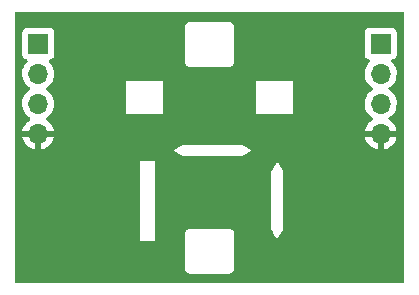
<source format=gbr>
%TF.GenerationSoftware,KiCad,Pcbnew,(6.0.7)*%
%TF.CreationDate,2024-10-06T09:26:11-05:00*%
%TF.ProjectId,RGB7Segment,52474237-5365-4676-9d65-6e742e6b6963,rev?*%
%TF.SameCoordinates,Original*%
%TF.FileFunction,Copper,L2,Bot*%
%TF.FilePolarity,Positive*%
%FSLAX46Y46*%
G04 Gerber Fmt 4.6, Leading zero omitted, Abs format (unit mm)*
G04 Created by KiCad (PCBNEW (6.0.7)) date 2024-10-06 09:26:11*
%MOMM*%
%LPD*%
G01*
G04 APERTURE LIST*
%TA.AperFunction,ComponentPad*%
%ADD10R,1.700000X1.700000*%
%TD*%
%TA.AperFunction,ComponentPad*%
%ADD11O,1.700000X1.700000*%
%TD*%
%TA.AperFunction,ViaPad*%
%ADD12C,0.800000*%
%TD*%
G04 APERTURE END LIST*
D10*
%TO.P,J1,1,Pin_1*%
%TO.N,+3V3*%
X184500000Y-87700000D03*
D11*
%TO.P,J1,2,Pin_2*%
%TO.N,/DIN*%
X184500000Y-90240000D03*
%TO.P,J1,3,Pin_3*%
%TO.N,unconnected-(J1-Pad3)*%
X184500000Y-92780000D03*
%TO.P,J1,4,Pin_4*%
%TO.N,GND*%
X184500000Y-95320000D03*
%TD*%
D10*
%TO.P,J2,1,Pin_1*%
%TO.N,+3V3*%
X213500000Y-87700000D03*
D11*
%TO.P,J2,2,Pin_2*%
%TO.N,unconnected-(J2-Pad2)*%
X213500000Y-90240000D03*
%TO.P,J2,3,Pin_3*%
%TO.N,/DOUT*%
X213500000Y-92780000D03*
%TO.P,J2,4,Pin_4*%
%TO.N,GND*%
X213500000Y-95320000D03*
%TD*%
D12*
%TO.N,GND*%
X203250000Y-88500000D03*
X196000000Y-94250000D03*
X209000000Y-101750000D03*
X200000000Y-92500000D03*
X203250000Y-106250000D03*
X197750000Y-101750000D03*
X208750000Y-93000000D03*
%TD*%
%TA.AperFunction,Conductor*%
%TO.N,GND*%
G36*
X215433621Y-85028502D02*
G01*
X215480114Y-85082158D01*
X215491500Y-85134500D01*
X215491500Y-107865500D01*
X215471498Y-107933621D01*
X215417842Y-107980114D01*
X215365500Y-107991500D01*
X182634500Y-107991500D01*
X182566379Y-107971498D01*
X182519886Y-107917842D01*
X182508500Y-107865500D01*
X182508500Y-106747771D01*
X196890824Y-106747771D01*
X196893291Y-106756402D01*
X196898950Y-106776203D01*
X196902528Y-106792965D01*
X196906720Y-106822237D01*
X196910434Y-106830405D01*
X196910434Y-106830406D01*
X196917348Y-106845612D01*
X196923796Y-106863136D01*
X196930851Y-106887821D01*
X196935643Y-106895415D01*
X196935644Y-106895418D01*
X196946630Y-106912830D01*
X196954769Y-106927913D01*
X196967008Y-106954832D01*
X196972869Y-106961634D01*
X196983770Y-106974285D01*
X196994873Y-106989289D01*
X197008576Y-107011008D01*
X197015301Y-107016947D01*
X197015304Y-107016951D01*
X197030738Y-107030582D01*
X197042782Y-107042774D01*
X197056227Y-107058377D01*
X197056230Y-107058379D01*
X197062087Y-107065177D01*
X197069616Y-107070057D01*
X197069617Y-107070058D01*
X197083635Y-107079144D01*
X197098509Y-107090435D01*
X197111017Y-107101481D01*
X197117751Y-107107428D01*
X197144511Y-107119992D01*
X197159491Y-107128313D01*
X197176783Y-107139521D01*
X197176788Y-107139523D01*
X197184315Y-107144402D01*
X197192908Y-107146972D01*
X197192913Y-107146974D01*
X197208920Y-107151761D01*
X197226364Y-107158422D01*
X197241476Y-107165517D01*
X197241478Y-107165518D01*
X197249600Y-107169331D01*
X197258467Y-107170712D01*
X197258468Y-107170712D01*
X197261153Y-107171130D01*
X197278817Y-107173880D01*
X197295532Y-107177663D01*
X197315266Y-107183565D01*
X197315272Y-107183566D01*
X197323866Y-107186136D01*
X197332837Y-107186191D01*
X197332838Y-107186191D01*
X197342897Y-107186252D01*
X197358306Y-107186346D01*
X197359089Y-107186379D01*
X197360186Y-107186550D01*
X197391177Y-107186550D01*
X197391947Y-107186552D01*
X197465585Y-107187002D01*
X197465586Y-107187002D01*
X197469521Y-107187026D01*
X197470865Y-107186642D01*
X197472210Y-107186550D01*
X200591577Y-107186550D01*
X200592348Y-107186552D01*
X200669921Y-107187026D01*
X200698352Y-107178900D01*
X200715115Y-107175322D01*
X200715953Y-107175202D01*
X200744387Y-107171130D01*
X200767764Y-107160501D01*
X200785287Y-107154054D01*
X200809971Y-107146999D01*
X200817565Y-107142207D01*
X200817568Y-107142206D01*
X200834980Y-107131220D01*
X200850065Y-107123080D01*
X200876982Y-107110842D01*
X200896435Y-107094080D01*
X200911439Y-107082977D01*
X200933158Y-107069274D01*
X200939097Y-107062549D01*
X200939101Y-107062546D01*
X200952732Y-107047112D01*
X200964924Y-107035068D01*
X200980527Y-107021623D01*
X200980529Y-107021620D01*
X200987327Y-107015763D01*
X201001294Y-106994215D01*
X201012585Y-106979341D01*
X201023631Y-106966833D01*
X201023632Y-106966832D01*
X201029578Y-106960099D01*
X201042143Y-106933337D01*
X201050463Y-106918359D01*
X201061671Y-106901067D01*
X201061673Y-106901062D01*
X201066552Y-106893535D01*
X201069122Y-106884942D01*
X201069124Y-106884937D01*
X201073911Y-106868930D01*
X201080572Y-106851486D01*
X201087667Y-106836374D01*
X201087668Y-106836372D01*
X201091481Y-106828250D01*
X201096030Y-106799033D01*
X201099813Y-106782318D01*
X201105715Y-106762584D01*
X201105716Y-106762578D01*
X201108286Y-106753984D01*
X201108496Y-106719544D01*
X201108529Y-106718761D01*
X201108700Y-106717664D01*
X201108700Y-106686673D01*
X201108702Y-106685903D01*
X201109152Y-106612265D01*
X201109152Y-106612264D01*
X201109176Y-106608329D01*
X201108792Y-106606985D01*
X201108700Y-106605640D01*
X201108700Y-103892673D01*
X201108702Y-103891903D01*
X201109000Y-103843152D01*
X201109176Y-103814329D01*
X201101050Y-103785897D01*
X201097472Y-103769135D01*
X201094552Y-103748748D01*
X201093280Y-103739863D01*
X201082651Y-103716486D01*
X201076204Y-103698963D01*
X201071616Y-103682912D01*
X201069149Y-103674279D01*
X201064356Y-103666682D01*
X201053370Y-103649270D01*
X201045230Y-103634185D01*
X201042764Y-103628761D01*
X201032992Y-103607268D01*
X201016230Y-103587815D01*
X201005127Y-103572811D01*
X200991424Y-103551092D01*
X200984699Y-103545153D01*
X200984696Y-103545149D01*
X200969262Y-103531518D01*
X200957218Y-103519326D01*
X200943773Y-103503723D01*
X200943770Y-103503721D01*
X200940564Y-103500000D01*
X204250000Y-103500000D01*
X204260347Y-103515521D01*
X204260348Y-103515523D01*
X204500285Y-103875427D01*
X204750000Y-104250000D01*
X205070577Y-103769135D01*
X205239652Y-103515523D01*
X205239653Y-103515521D01*
X205250000Y-103500000D01*
X205250000Y-98500000D01*
X205239653Y-98484479D01*
X205239652Y-98484477D01*
X204760049Y-97765074D01*
X204750000Y-97750000D01*
X204739951Y-97765074D01*
X204260348Y-98484477D01*
X204260347Y-98484479D01*
X204250000Y-98500000D01*
X204250000Y-103500000D01*
X200940564Y-103500000D01*
X200937913Y-103496923D01*
X200924209Y-103488040D01*
X200916365Y-103482956D01*
X200901491Y-103471665D01*
X200888983Y-103460619D01*
X200888982Y-103460618D01*
X200882249Y-103454672D01*
X200855487Y-103442107D01*
X200840509Y-103433787D01*
X200823217Y-103422579D01*
X200823212Y-103422577D01*
X200815685Y-103417698D01*
X200807092Y-103415128D01*
X200807087Y-103415126D01*
X200791080Y-103410339D01*
X200773636Y-103403678D01*
X200758524Y-103396583D01*
X200758522Y-103396582D01*
X200750400Y-103392769D01*
X200741533Y-103391388D01*
X200741532Y-103391388D01*
X200730678Y-103389698D01*
X200721183Y-103388220D01*
X200704468Y-103384437D01*
X200684734Y-103378535D01*
X200684728Y-103378534D01*
X200676134Y-103375964D01*
X200667163Y-103375909D01*
X200667162Y-103375909D01*
X200657103Y-103375848D01*
X200641694Y-103375754D01*
X200640911Y-103375721D01*
X200639814Y-103375550D01*
X200608823Y-103375550D01*
X200608053Y-103375548D01*
X200534415Y-103375098D01*
X200534414Y-103375098D01*
X200530479Y-103375074D01*
X200529135Y-103375458D01*
X200527790Y-103375550D01*
X197408423Y-103375550D01*
X197407653Y-103375548D01*
X197406837Y-103375543D01*
X197330079Y-103375074D01*
X197307718Y-103381465D01*
X197301647Y-103383200D01*
X197284885Y-103386778D01*
X197255613Y-103390970D01*
X197247445Y-103394684D01*
X197247444Y-103394684D01*
X197232238Y-103401598D01*
X197214714Y-103408046D01*
X197190029Y-103415101D01*
X197182435Y-103419893D01*
X197182432Y-103419894D01*
X197165020Y-103430880D01*
X197149937Y-103439019D01*
X197123018Y-103451258D01*
X197116216Y-103457119D01*
X197103565Y-103468020D01*
X197088561Y-103479123D01*
X197066842Y-103492826D01*
X197060903Y-103499551D01*
X197060899Y-103499554D01*
X197047268Y-103514988D01*
X197035076Y-103527032D01*
X197019473Y-103540477D01*
X197019471Y-103540480D01*
X197012673Y-103546337D01*
X197007793Y-103553866D01*
X197007792Y-103553867D01*
X196998706Y-103567885D01*
X196987415Y-103582759D01*
X196976369Y-103595267D01*
X196970422Y-103602001D01*
X196964112Y-103615441D01*
X196957858Y-103628761D01*
X196949537Y-103643741D01*
X196938329Y-103661033D01*
X196938327Y-103661038D01*
X196933448Y-103668565D01*
X196930878Y-103677158D01*
X196930876Y-103677163D01*
X196926089Y-103693170D01*
X196919428Y-103710614D01*
X196912333Y-103725726D01*
X196908519Y-103733850D01*
X196907138Y-103742717D01*
X196907138Y-103742718D01*
X196903970Y-103763065D01*
X196900187Y-103779782D01*
X196894285Y-103799516D01*
X196894284Y-103799522D01*
X196891714Y-103808116D01*
X196891659Y-103817087D01*
X196891659Y-103817088D01*
X196891504Y-103842547D01*
X196891471Y-103843339D01*
X196891300Y-103844436D01*
X196891300Y-103875427D01*
X196891298Y-103876197D01*
X196890824Y-103953771D01*
X196891208Y-103955115D01*
X196891300Y-103956460D01*
X196891300Y-106669427D01*
X196891298Y-106670197D01*
X196890824Y-106747771D01*
X182508500Y-106747771D01*
X182508500Y-104400000D01*
X193150000Y-104400000D01*
X194350000Y-104400000D01*
X194350000Y-97600000D01*
X193150000Y-97600000D01*
X193150000Y-104400000D01*
X182508500Y-104400000D01*
X182508500Y-96750000D01*
X196000000Y-96750000D01*
X196015074Y-96760049D01*
X196734477Y-97239651D01*
X196734479Y-97239652D01*
X196750000Y-97249999D01*
X201750000Y-97249999D01*
X201765521Y-97239652D01*
X201765523Y-97239651D01*
X202484926Y-96760049D01*
X202500000Y-96750000D01*
X201920687Y-96363792D01*
X201765523Y-96260349D01*
X201765521Y-96260348D01*
X201750000Y-96250001D01*
X196750000Y-96250001D01*
X196734479Y-96260348D01*
X196734477Y-96260349D01*
X196579313Y-96363792D01*
X196000000Y-96750000D01*
X182508500Y-96750000D01*
X182508500Y-95587966D01*
X183168257Y-95587966D01*
X183198565Y-95722446D01*
X183201645Y-95732275D01*
X183281770Y-95929603D01*
X183286413Y-95938794D01*
X183397694Y-96120388D01*
X183403777Y-96128699D01*
X183543213Y-96289667D01*
X183550580Y-96296883D01*
X183714434Y-96432916D01*
X183722881Y-96438831D01*
X183906756Y-96546279D01*
X183916042Y-96550729D01*
X184115001Y-96626703D01*
X184124899Y-96629579D01*
X184228250Y-96650606D01*
X184242299Y-96649410D01*
X184246000Y-96639065D01*
X184246000Y-96638517D01*
X184754000Y-96638517D01*
X184758064Y-96652359D01*
X184771478Y-96654393D01*
X184778184Y-96653534D01*
X184788262Y-96651392D01*
X184992255Y-96590191D01*
X185001842Y-96586433D01*
X185193095Y-96492739D01*
X185201945Y-96487464D01*
X185375328Y-96363792D01*
X185383200Y-96357139D01*
X185534052Y-96206812D01*
X185540730Y-96198965D01*
X185665003Y-96026020D01*
X185670313Y-96017183D01*
X185764670Y-95826267D01*
X185768469Y-95816672D01*
X185830377Y-95612910D01*
X185832555Y-95602837D01*
X185833986Y-95591962D01*
X185833363Y-95587966D01*
X212168257Y-95587966D01*
X212198565Y-95722446D01*
X212201645Y-95732275D01*
X212281770Y-95929603D01*
X212286413Y-95938794D01*
X212397694Y-96120388D01*
X212403777Y-96128699D01*
X212543213Y-96289667D01*
X212550580Y-96296883D01*
X212714434Y-96432916D01*
X212722881Y-96438831D01*
X212906756Y-96546279D01*
X212916042Y-96550729D01*
X213115001Y-96626703D01*
X213124899Y-96629579D01*
X213228250Y-96650606D01*
X213242299Y-96649410D01*
X213246000Y-96639065D01*
X213246000Y-96638517D01*
X213754000Y-96638517D01*
X213758064Y-96652359D01*
X213771478Y-96654393D01*
X213778184Y-96653534D01*
X213788262Y-96651392D01*
X213992255Y-96590191D01*
X214001842Y-96586433D01*
X214193095Y-96492739D01*
X214201945Y-96487464D01*
X214375328Y-96363792D01*
X214383200Y-96357139D01*
X214534052Y-96206812D01*
X214540730Y-96198965D01*
X214665003Y-96026020D01*
X214670313Y-96017183D01*
X214764670Y-95826267D01*
X214768469Y-95816672D01*
X214830377Y-95612910D01*
X214832555Y-95602837D01*
X214833986Y-95591962D01*
X214831775Y-95577778D01*
X214818617Y-95574000D01*
X213772115Y-95574000D01*
X213756876Y-95578475D01*
X213755671Y-95579865D01*
X213754000Y-95587548D01*
X213754000Y-96638517D01*
X213246000Y-96638517D01*
X213246000Y-95592115D01*
X213241525Y-95576876D01*
X213240135Y-95575671D01*
X213232452Y-95574000D01*
X212183225Y-95574000D01*
X212169694Y-95577973D01*
X212168257Y-95587966D01*
X185833363Y-95587966D01*
X185831775Y-95577778D01*
X185818617Y-95574000D01*
X184772115Y-95574000D01*
X184756876Y-95578475D01*
X184755671Y-95579865D01*
X184754000Y-95587548D01*
X184754000Y-96638517D01*
X184246000Y-96638517D01*
X184246000Y-95592115D01*
X184241525Y-95576876D01*
X184240135Y-95575671D01*
X184232452Y-95574000D01*
X183183225Y-95574000D01*
X183169694Y-95577973D01*
X183168257Y-95587966D01*
X182508500Y-95587966D01*
X182508500Y-92746695D01*
X183137251Y-92746695D01*
X183137548Y-92751848D01*
X183137548Y-92751851D01*
X183143011Y-92846590D01*
X183150110Y-92969715D01*
X183151247Y-92974761D01*
X183151248Y-92974767D01*
X183171119Y-93062939D01*
X183199222Y-93187639D01*
X183283266Y-93394616D01*
X183399987Y-93585088D01*
X183546250Y-93753938D01*
X183718126Y-93896632D01*
X183791955Y-93939774D01*
X183840679Y-93991412D01*
X183853750Y-94061195D01*
X183827019Y-94126967D01*
X183786562Y-94160327D01*
X183778457Y-94164546D01*
X183769738Y-94170036D01*
X183599433Y-94297905D01*
X183591726Y-94304748D01*
X183444590Y-94458717D01*
X183438104Y-94466727D01*
X183318098Y-94642649D01*
X183313000Y-94651623D01*
X183223338Y-94844783D01*
X183219775Y-94854470D01*
X183164389Y-95054183D01*
X183165912Y-95062607D01*
X183178292Y-95066000D01*
X185818344Y-95066000D01*
X185831875Y-95062027D01*
X185833180Y-95052947D01*
X185791214Y-94885875D01*
X185787894Y-94876124D01*
X185702972Y-94680814D01*
X185698105Y-94671739D01*
X185582426Y-94492926D01*
X185576136Y-94484757D01*
X185432806Y-94327240D01*
X185425273Y-94320215D01*
X185258139Y-94188222D01*
X185249556Y-94182520D01*
X185212602Y-94162120D01*
X185162631Y-94111687D01*
X185147859Y-94042245D01*
X185172975Y-93975839D01*
X185200327Y-93949232D01*
X185223797Y-93932491D01*
X185379860Y-93821173D01*
X185538096Y-93663489D01*
X185547789Y-93650000D01*
X191900000Y-93650000D01*
X195100200Y-93650000D01*
X195100000Y-90850000D01*
X202899800Y-90850000D01*
X202900000Y-93650000D01*
X206100200Y-93650000D01*
X206100135Y-92746695D01*
X212137251Y-92746695D01*
X212137548Y-92751848D01*
X212137548Y-92751851D01*
X212143011Y-92846590D01*
X212150110Y-92969715D01*
X212151247Y-92974761D01*
X212151248Y-92974767D01*
X212171119Y-93062939D01*
X212199222Y-93187639D01*
X212283266Y-93394616D01*
X212399987Y-93585088D01*
X212546250Y-93753938D01*
X212718126Y-93896632D01*
X212791955Y-93939774D01*
X212840679Y-93991412D01*
X212853750Y-94061195D01*
X212827019Y-94126967D01*
X212786562Y-94160327D01*
X212778457Y-94164546D01*
X212769738Y-94170036D01*
X212599433Y-94297905D01*
X212591726Y-94304748D01*
X212444590Y-94458717D01*
X212438104Y-94466727D01*
X212318098Y-94642649D01*
X212313000Y-94651623D01*
X212223338Y-94844783D01*
X212219775Y-94854470D01*
X212164389Y-95054183D01*
X212165912Y-95062607D01*
X212178292Y-95066000D01*
X214818344Y-95066000D01*
X214831875Y-95062027D01*
X214833180Y-95052947D01*
X214791214Y-94885875D01*
X214787894Y-94876124D01*
X214702972Y-94680814D01*
X214698105Y-94671739D01*
X214582426Y-94492926D01*
X214576136Y-94484757D01*
X214432806Y-94327240D01*
X214425273Y-94320215D01*
X214258139Y-94188222D01*
X214249556Y-94182520D01*
X214212602Y-94162120D01*
X214162631Y-94111687D01*
X214147859Y-94042245D01*
X214172975Y-93975839D01*
X214200327Y-93949232D01*
X214223797Y-93932491D01*
X214379860Y-93821173D01*
X214538096Y-93663489D01*
X214549856Y-93647124D01*
X214665435Y-93486277D01*
X214668453Y-93482077D01*
X214767430Y-93281811D01*
X214832370Y-93068069D01*
X214861529Y-92846590D01*
X214863156Y-92780000D01*
X214844852Y-92557361D01*
X214790431Y-92340702D01*
X214701354Y-92135840D01*
X214580014Y-91948277D01*
X214429670Y-91783051D01*
X214425619Y-91779852D01*
X214425615Y-91779848D01*
X214258414Y-91647800D01*
X214258410Y-91647798D01*
X214254359Y-91644598D01*
X214213053Y-91621796D01*
X214163084Y-91571364D01*
X214148312Y-91501921D01*
X214173428Y-91435516D01*
X214200780Y-91408909D01*
X214244603Y-91377650D01*
X214379860Y-91281173D01*
X214538096Y-91123489D01*
X214597594Y-91040689D01*
X214665435Y-90946277D01*
X214668453Y-90942077D01*
X214711062Y-90855865D01*
X214765136Y-90746453D01*
X214765137Y-90746451D01*
X214767430Y-90741811D01*
X214832370Y-90528069D01*
X214861529Y-90306590D01*
X214863156Y-90240000D01*
X214844852Y-90017361D01*
X214790431Y-89800702D01*
X214701354Y-89595840D01*
X214646474Y-89511008D01*
X214582822Y-89412617D01*
X214582820Y-89412614D01*
X214580014Y-89408277D01*
X214576532Y-89404450D01*
X214432798Y-89246488D01*
X214401746Y-89182642D01*
X214410141Y-89112143D01*
X214455317Y-89057375D01*
X214481761Y-89043706D01*
X214588297Y-89003767D01*
X214596705Y-89000615D01*
X214713261Y-88913261D01*
X214800615Y-88796705D01*
X214851745Y-88660316D01*
X214858500Y-88598134D01*
X214858500Y-86801866D01*
X214851745Y-86739684D01*
X214800615Y-86603295D01*
X214713261Y-86486739D01*
X214596705Y-86399385D01*
X214460316Y-86348255D01*
X214398134Y-86341500D01*
X212601866Y-86341500D01*
X212539684Y-86348255D01*
X212403295Y-86399385D01*
X212286739Y-86486739D01*
X212199385Y-86603295D01*
X212148255Y-86739684D01*
X212141500Y-86801866D01*
X212141500Y-88598134D01*
X212148255Y-88660316D01*
X212199385Y-88796705D01*
X212286739Y-88913261D01*
X212403295Y-89000615D01*
X212411704Y-89003767D01*
X212411705Y-89003768D01*
X212520451Y-89044535D01*
X212577216Y-89087176D01*
X212601916Y-89153738D01*
X212586709Y-89223087D01*
X212567316Y-89249568D01*
X212440629Y-89382138D01*
X212437715Y-89386410D01*
X212437714Y-89386411D01*
X212382854Y-89466833D01*
X212314743Y-89566680D01*
X212279685Y-89642206D01*
X212259101Y-89686552D01*
X212220688Y-89769305D01*
X212160989Y-89984570D01*
X212137251Y-90206695D01*
X212137548Y-90211848D01*
X212137548Y-90211851D01*
X212143011Y-90306590D01*
X212150110Y-90429715D01*
X212151247Y-90434761D01*
X212151248Y-90434767D01*
X212171119Y-90522939D01*
X212199222Y-90647639D01*
X212283266Y-90854616D01*
X212399987Y-91045088D01*
X212546250Y-91213938D01*
X212718126Y-91356632D01*
X212788595Y-91397811D01*
X212791445Y-91399476D01*
X212840169Y-91451114D01*
X212853240Y-91520897D01*
X212826509Y-91586669D01*
X212786055Y-91620027D01*
X212773607Y-91626507D01*
X212769474Y-91629610D01*
X212769471Y-91629612D01*
X212745247Y-91647800D01*
X212594965Y-91760635D01*
X212440629Y-91922138D01*
X212314743Y-92106680D01*
X212220688Y-92309305D01*
X212160989Y-92524570D01*
X212137251Y-92746695D01*
X206100135Y-92746695D01*
X206100000Y-90850000D01*
X202899800Y-90850000D01*
X195100000Y-90850000D01*
X191900000Y-90850000D01*
X191900000Y-93650000D01*
X185547789Y-93650000D01*
X185549856Y-93647124D01*
X185665435Y-93486277D01*
X185668453Y-93482077D01*
X185767430Y-93281811D01*
X185832370Y-93068069D01*
X185861529Y-92846590D01*
X185863156Y-92780000D01*
X185844852Y-92557361D01*
X185790431Y-92340702D01*
X185701354Y-92135840D01*
X185580014Y-91948277D01*
X185429670Y-91783051D01*
X185425619Y-91779852D01*
X185425615Y-91779848D01*
X185258414Y-91647800D01*
X185258410Y-91647798D01*
X185254359Y-91644598D01*
X185213053Y-91621796D01*
X185163084Y-91571364D01*
X185148312Y-91501921D01*
X185173428Y-91435516D01*
X185200780Y-91408909D01*
X185244603Y-91377650D01*
X185379860Y-91281173D01*
X185538096Y-91123489D01*
X185597594Y-91040689D01*
X185665435Y-90946277D01*
X185668453Y-90942077D01*
X185711062Y-90855865D01*
X185765136Y-90746453D01*
X185765137Y-90746451D01*
X185767430Y-90741811D01*
X185832370Y-90528069D01*
X185861529Y-90306590D01*
X185863156Y-90240000D01*
X185844852Y-90017361D01*
X185790431Y-89800702D01*
X185701354Y-89595840D01*
X185646474Y-89511008D01*
X185582822Y-89412617D01*
X185582820Y-89412614D01*
X185580014Y-89408277D01*
X185576532Y-89404450D01*
X185433965Y-89247771D01*
X196890824Y-89247771D01*
X196893291Y-89256402D01*
X196898950Y-89276203D01*
X196902528Y-89292965D01*
X196906720Y-89322237D01*
X196910434Y-89330405D01*
X196910434Y-89330406D01*
X196917348Y-89345612D01*
X196923796Y-89363136D01*
X196930851Y-89387821D01*
X196935643Y-89395415D01*
X196935644Y-89395418D01*
X196946630Y-89412830D01*
X196954769Y-89427913D01*
X196967008Y-89454832D01*
X196972869Y-89461634D01*
X196983770Y-89474285D01*
X196994873Y-89489289D01*
X197008576Y-89511008D01*
X197015301Y-89516947D01*
X197015304Y-89516951D01*
X197030738Y-89530582D01*
X197042782Y-89542774D01*
X197056227Y-89558377D01*
X197056230Y-89558379D01*
X197062087Y-89565177D01*
X197069616Y-89570057D01*
X197069617Y-89570058D01*
X197083635Y-89579144D01*
X197098509Y-89590435D01*
X197110008Y-89600590D01*
X197117751Y-89607428D01*
X197144511Y-89619992D01*
X197159491Y-89628313D01*
X197176783Y-89639521D01*
X197176788Y-89639523D01*
X197184315Y-89644402D01*
X197192908Y-89646972D01*
X197192913Y-89646974D01*
X197208920Y-89651761D01*
X197226364Y-89658422D01*
X197241476Y-89665517D01*
X197241478Y-89665518D01*
X197249600Y-89669331D01*
X197258467Y-89670712D01*
X197258468Y-89670712D01*
X197261153Y-89671130D01*
X197278817Y-89673880D01*
X197295532Y-89677663D01*
X197315266Y-89683565D01*
X197315272Y-89683566D01*
X197323866Y-89686136D01*
X197332837Y-89686191D01*
X197332838Y-89686191D01*
X197342897Y-89686252D01*
X197358306Y-89686346D01*
X197359089Y-89686379D01*
X197360186Y-89686550D01*
X197391177Y-89686550D01*
X197391947Y-89686552D01*
X197465585Y-89687002D01*
X197465586Y-89687002D01*
X197469521Y-89687026D01*
X197470865Y-89686642D01*
X197472210Y-89686550D01*
X200591577Y-89686550D01*
X200592348Y-89686552D01*
X200669921Y-89687026D01*
X200698352Y-89678900D01*
X200715115Y-89675322D01*
X200715953Y-89675202D01*
X200744387Y-89671130D01*
X200767764Y-89660501D01*
X200785287Y-89654054D01*
X200809971Y-89646999D01*
X200817565Y-89642207D01*
X200817568Y-89642206D01*
X200834980Y-89631220D01*
X200850065Y-89623080D01*
X200876982Y-89610842D01*
X200896435Y-89594080D01*
X200911439Y-89582977D01*
X200933158Y-89569274D01*
X200939097Y-89562549D01*
X200939101Y-89562546D01*
X200952732Y-89547112D01*
X200964924Y-89535068D01*
X200980527Y-89521623D01*
X200980529Y-89521620D01*
X200987327Y-89515763D01*
X201001294Y-89494215D01*
X201012585Y-89479341D01*
X201023631Y-89466833D01*
X201023632Y-89466832D01*
X201029578Y-89460099D01*
X201042143Y-89433337D01*
X201050463Y-89418359D01*
X201061671Y-89401067D01*
X201061673Y-89401062D01*
X201066552Y-89393535D01*
X201069122Y-89384942D01*
X201069124Y-89384937D01*
X201073911Y-89368930D01*
X201080572Y-89351486D01*
X201087667Y-89336374D01*
X201087668Y-89336372D01*
X201091481Y-89328250D01*
X201096030Y-89299033D01*
X201099813Y-89282318D01*
X201105715Y-89262584D01*
X201105716Y-89262578D01*
X201108286Y-89253984D01*
X201108496Y-89219544D01*
X201108529Y-89218761D01*
X201108700Y-89217664D01*
X201108700Y-89186673D01*
X201108702Y-89185903D01*
X201109152Y-89112265D01*
X201109152Y-89112264D01*
X201109176Y-89108329D01*
X201108792Y-89106985D01*
X201108700Y-89105640D01*
X201108700Y-86392673D01*
X201108702Y-86391903D01*
X201109000Y-86343152D01*
X201109176Y-86314329D01*
X201101050Y-86285897D01*
X201097472Y-86269135D01*
X201094552Y-86248748D01*
X201093280Y-86239863D01*
X201082651Y-86216486D01*
X201076204Y-86198963D01*
X201071616Y-86182912D01*
X201069149Y-86174279D01*
X201064356Y-86166682D01*
X201053370Y-86149270D01*
X201045230Y-86134185D01*
X201042764Y-86128761D01*
X201032992Y-86107268D01*
X201016230Y-86087815D01*
X201005127Y-86072811D01*
X200991424Y-86051092D01*
X200984699Y-86045153D01*
X200984696Y-86045149D01*
X200969262Y-86031518D01*
X200957218Y-86019326D01*
X200943773Y-86003723D01*
X200943770Y-86003721D01*
X200937913Y-85996923D01*
X200924209Y-85988040D01*
X200916365Y-85982956D01*
X200901491Y-85971665D01*
X200888983Y-85960619D01*
X200888982Y-85960618D01*
X200882249Y-85954672D01*
X200855487Y-85942107D01*
X200840509Y-85933787D01*
X200823217Y-85922579D01*
X200823212Y-85922577D01*
X200815685Y-85917698D01*
X200807092Y-85915128D01*
X200807087Y-85915126D01*
X200791080Y-85910339D01*
X200773636Y-85903678D01*
X200758524Y-85896583D01*
X200758522Y-85896582D01*
X200750400Y-85892769D01*
X200741533Y-85891388D01*
X200741532Y-85891388D01*
X200730678Y-85889698D01*
X200721183Y-85888220D01*
X200704468Y-85884437D01*
X200684734Y-85878535D01*
X200684728Y-85878534D01*
X200676134Y-85875964D01*
X200667163Y-85875909D01*
X200667162Y-85875909D01*
X200657103Y-85875848D01*
X200641694Y-85875754D01*
X200640911Y-85875721D01*
X200639814Y-85875550D01*
X200608823Y-85875550D01*
X200608053Y-85875548D01*
X200534415Y-85875098D01*
X200534414Y-85875098D01*
X200530479Y-85875074D01*
X200529135Y-85875458D01*
X200527790Y-85875550D01*
X197408423Y-85875550D01*
X197407653Y-85875548D01*
X197406837Y-85875543D01*
X197330079Y-85875074D01*
X197307718Y-85881465D01*
X197301647Y-85883200D01*
X197284885Y-85886778D01*
X197255613Y-85890970D01*
X197247445Y-85894684D01*
X197247444Y-85894684D01*
X197232238Y-85901598D01*
X197214714Y-85908046D01*
X197190029Y-85915101D01*
X197182435Y-85919893D01*
X197182432Y-85919894D01*
X197165020Y-85930880D01*
X197149937Y-85939019D01*
X197123018Y-85951258D01*
X197116216Y-85957119D01*
X197103565Y-85968020D01*
X197088561Y-85979123D01*
X197066842Y-85992826D01*
X197060903Y-85999551D01*
X197060899Y-85999554D01*
X197047268Y-86014988D01*
X197035076Y-86027032D01*
X197019473Y-86040477D01*
X197019471Y-86040480D01*
X197012673Y-86046337D01*
X197007793Y-86053866D01*
X197007792Y-86053867D01*
X196998706Y-86067885D01*
X196987415Y-86082759D01*
X196976369Y-86095267D01*
X196970422Y-86102001D01*
X196964112Y-86115441D01*
X196957858Y-86128761D01*
X196949537Y-86143741D01*
X196938329Y-86161033D01*
X196938327Y-86161038D01*
X196933448Y-86168565D01*
X196930878Y-86177158D01*
X196930876Y-86177163D01*
X196926089Y-86193170D01*
X196919428Y-86210614D01*
X196912333Y-86225726D01*
X196908519Y-86233850D01*
X196907138Y-86242717D01*
X196907138Y-86242718D01*
X196903970Y-86263065D01*
X196900187Y-86279782D01*
X196894285Y-86299516D01*
X196894284Y-86299522D01*
X196891714Y-86308116D01*
X196891659Y-86317087D01*
X196891659Y-86317088D01*
X196891504Y-86342547D01*
X196891471Y-86343339D01*
X196891300Y-86344436D01*
X196891300Y-86375427D01*
X196891298Y-86376197D01*
X196890824Y-86453771D01*
X196891208Y-86455115D01*
X196891300Y-86456460D01*
X196891300Y-89169427D01*
X196891298Y-89170197D01*
X196890824Y-89247771D01*
X185433965Y-89247771D01*
X185432798Y-89246488D01*
X185401746Y-89182642D01*
X185410141Y-89112143D01*
X185455317Y-89057375D01*
X185481761Y-89043706D01*
X185588297Y-89003767D01*
X185596705Y-89000615D01*
X185713261Y-88913261D01*
X185800615Y-88796705D01*
X185851745Y-88660316D01*
X185858500Y-88598134D01*
X185858500Y-86801866D01*
X185851745Y-86739684D01*
X185800615Y-86603295D01*
X185713261Y-86486739D01*
X185596705Y-86399385D01*
X185460316Y-86348255D01*
X185398134Y-86341500D01*
X183601866Y-86341500D01*
X183539684Y-86348255D01*
X183403295Y-86399385D01*
X183286739Y-86486739D01*
X183199385Y-86603295D01*
X183148255Y-86739684D01*
X183141500Y-86801866D01*
X183141500Y-88598134D01*
X183148255Y-88660316D01*
X183199385Y-88796705D01*
X183286739Y-88913261D01*
X183403295Y-89000615D01*
X183411704Y-89003767D01*
X183411705Y-89003768D01*
X183520451Y-89044535D01*
X183577216Y-89087176D01*
X183601916Y-89153738D01*
X183586709Y-89223087D01*
X183567316Y-89249568D01*
X183440629Y-89382138D01*
X183437715Y-89386410D01*
X183437714Y-89386411D01*
X183382854Y-89466833D01*
X183314743Y-89566680D01*
X183279685Y-89642206D01*
X183259101Y-89686552D01*
X183220688Y-89769305D01*
X183160989Y-89984570D01*
X183137251Y-90206695D01*
X183137548Y-90211848D01*
X183137548Y-90211851D01*
X183143011Y-90306590D01*
X183150110Y-90429715D01*
X183151247Y-90434761D01*
X183151248Y-90434767D01*
X183171119Y-90522939D01*
X183199222Y-90647639D01*
X183283266Y-90854616D01*
X183399987Y-91045088D01*
X183546250Y-91213938D01*
X183718126Y-91356632D01*
X183788595Y-91397811D01*
X183791445Y-91399476D01*
X183840169Y-91451114D01*
X183853240Y-91520897D01*
X183826509Y-91586669D01*
X183786055Y-91620027D01*
X183773607Y-91626507D01*
X183769474Y-91629610D01*
X183769471Y-91629612D01*
X183745247Y-91647800D01*
X183594965Y-91760635D01*
X183440629Y-91922138D01*
X183314743Y-92106680D01*
X183220688Y-92309305D01*
X183160989Y-92524570D01*
X183137251Y-92746695D01*
X182508500Y-92746695D01*
X182508500Y-85134500D01*
X182528502Y-85066379D01*
X182582158Y-85019886D01*
X182634500Y-85008500D01*
X215365500Y-85008500D01*
X215433621Y-85028502D01*
G37*
%TD.AperFunction*%
%TD*%
M02*

</source>
